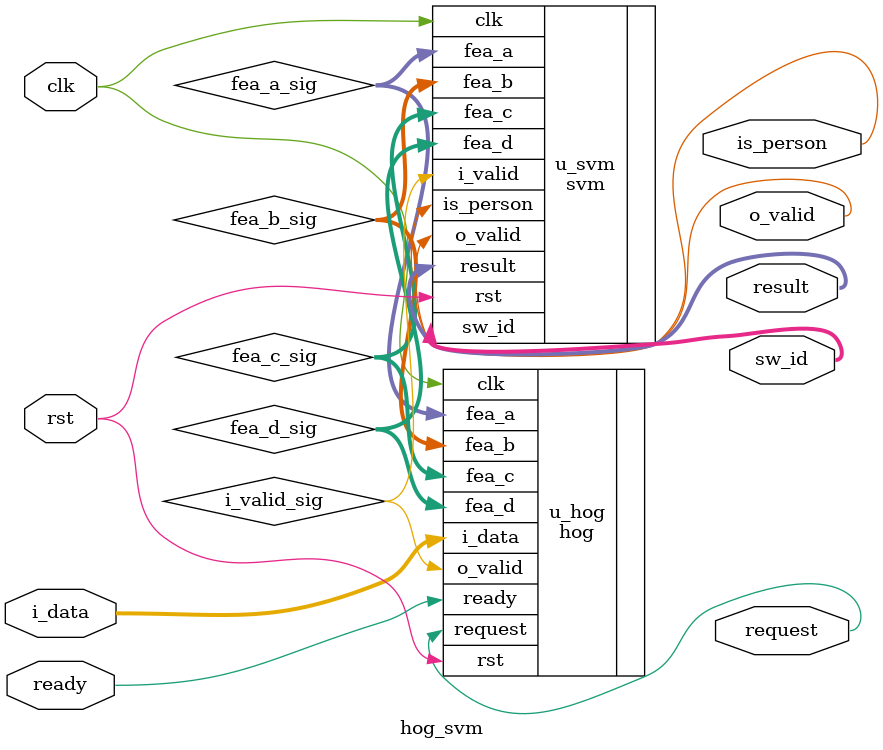
<source format=v>
module hog_svm#(
    parameter PIX_W = 8, // pixel width
    parameter PIX_N = 96, // the number of pixels
    parameter MAG_I = 9, // integer part of magnitude
    parameter MAG_F = 16,// fraction part of magnitude
    parameter TAN_W = 19, // tan width
    parameter BIN_I =   16, // integer part of bin
    parameter BIN_F =   16, // fractional part of bin
    parameter ADDR_W =  11, // address width of cells
    parameter FEA_I =   4, // integer part of hog feature
    parameter FEA_F =   28, // fractional part of hog feature
    parameter SW_W  = 11 // slide window width
)(
    input                                       clk,
    input                                       rst,
    input                                       ready,
    input   [PIX_W * PIX_N - 1 : 0]             i_data,
    output                                      request,
    output                                      is_person,
    output                                      o_valid,
    output [(FEA_I + FEA_F) - 1 : 0]            result,
    output [SW_W - 1 : 0]                       sw_id // slide window index
);
    wire [9 * (FEA_I + FEA_F) - 1 : 0]          fea_a_sig;
    wire [9 * (FEA_I + FEA_F) - 1 : 0]          fea_b_sig;
    wire [9 * (FEA_I + FEA_F) - 1 : 0]          fea_c_sig;
    wire [9 * (FEA_I + FEA_F) - 1 : 0]          fea_d_sig;
    wire     i_valid_sig;
    
    hog #(
        .PIX_W      (PIX_W),
        .PIX_N      (PIX_N),
        .MAG_I      (MAG_I),
        .MAG_F      (MAG_F),
        .TAN_W      (TAN_W),
        .BIN_I      (BIN_I),
        .BIN_F      (BIN_F),
        .ADDR_W     (ADDR_W),
        .FEA_I      (FEA_I),
        .FEA_F      (FEA_F)
    ) u_hog (
        .clk        (clk),
        .rst        (rst),
        .ready      (ready),
        .i_data     (i_data),
        .request    (request),
        .fea_a      (fea_a_sig),
        .fea_b      (fea_b_sig),
        .fea_c      (fea_c_sig),
        .fea_d      (fea_d_sig),
        .o_valid    (i_valid_sig)
    );

    svm #(
        .FEA_I      (FEA_I),
        .FEA_F      (FEA_F),
        .SW_W       (SW_W)
    ) u_svm (
        .clk        (clk),
        .rst        (rst),
        .fea_a      (fea_a_sig),
        .fea_b      (fea_b_sig),
        .fea_c      (fea_c_sig),
        .fea_d      (fea_d_sig),
        .i_valid    (i_valid_sig),
        .is_person  (is_person),
        .o_valid    (o_valid),
        .result     (result),
        .sw_id      (sw_id)
    );
endmodule
</source>
